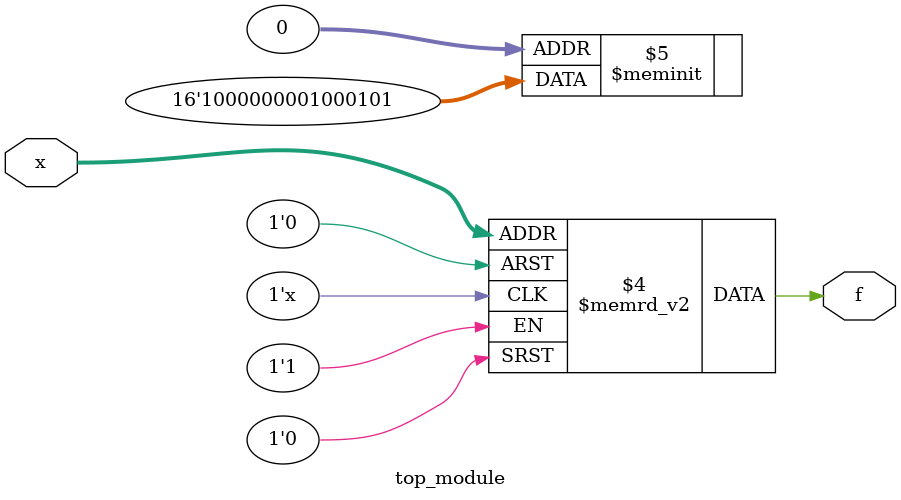
<source format=sv>
module top_module (
	input [4:1] x,
	output logic f
);

  always_comb begin
    case (x)
      4'b0000: f = 1;
      4'b0001: f = 0;
      4'b0011: f = 0; // Updated value
      4'b0010: f = 1;
      4'b0110: f = 1;
      4'b0111: f = 0;
      4'b1111: f = 1;
      4'b1110: f = 0;
      default: f = 0;
    endcase
  end

endmodule

</source>
